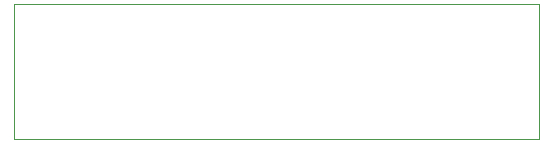
<source format=gbr>
G04 #@! TF.FileFunction,Profile,NP*
%FSLAX46Y46*%
G04 Gerber Fmt 4.6, Leading zero omitted, Abs format (unit mm)*
G04 Created by KiCad (PCBNEW 4.0.2-stable) date 2017/02/25 18:11:52*
%MOMM*%
G01*
G04 APERTURE LIST*
%ADD10C,0.100000*%
G04 APERTURE END LIST*
D10*
X214630000Y-133350000D02*
X170180000Y-133350000D01*
X214630000Y-121920000D02*
X214630000Y-133350000D01*
X170180000Y-121920000D02*
X214630000Y-121920000D01*
X170180000Y-121920000D02*
X170180000Y-133350000D01*
M02*

</source>
